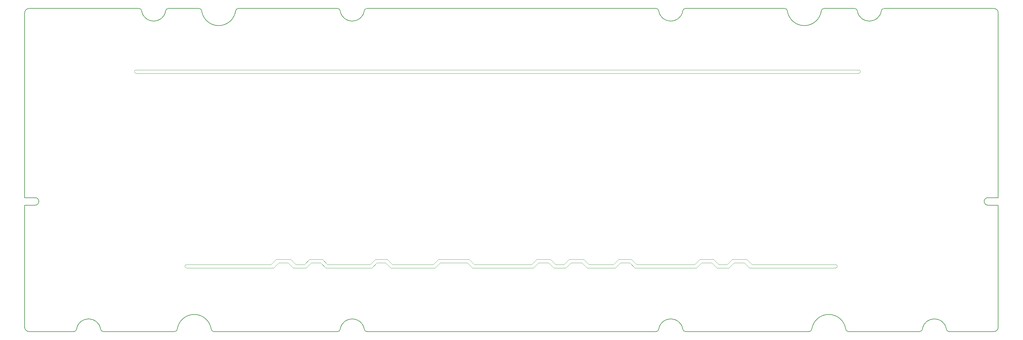
<source format=gbr>
%TF.GenerationSoftware,KiCad,Pcbnew,(6.0.0)*%
%TF.CreationDate,2022-07-27T19:10:37+03:00*%
%TF.ProjectId,SST60,53535436-302e-46b6-9963-61645f706362,0.1*%
%TF.SameCoordinates,Original*%
%TF.FileFunction,Profile,NP*%
%FSLAX46Y46*%
G04 Gerber Fmt 4.6, Leading zero omitted, Abs format (unit mm)*
G04 Created by KiCad (PCBNEW (6.0.0)) date 2022-07-27 19:10:37*
%MOMM*%
%LPD*%
G01*
G04 APERTURE LIST*
%TA.AperFunction,Profile*%
%ADD10C,0.100000*%
%TD*%
%TA.AperFunction,Profile*%
%ADD11C,0.200000*%
%TD*%
G04 APERTURE END LIST*
D10*
X163250000Y-116000000D02*
X161750000Y-114500000D01*
X161750000Y-114500000D02*
X153750000Y-114500000D01*
X187000000Y-116000000D02*
X190500000Y-116000000D01*
X245000000Y-115000000D02*
X269500000Y-115000000D01*
X151750000Y-115000000D02*
X139750000Y-115000000D01*
X205000000Y-116000000D02*
X196750000Y-116000000D01*
X182500000Y-114500000D02*
X181000000Y-116000000D01*
X153750000Y-114500000D02*
X152250000Y-116000000D01*
X210750000Y-116000000D02*
X209250000Y-114500000D01*
X79500000Y-115000000D02*
X104250000Y-115000000D01*
X181000000Y-116000000D02*
X163250000Y-116000000D01*
X243500000Y-113500000D02*
X245000000Y-115000000D01*
X211250000Y-115000000D02*
X228250000Y-115000000D01*
X206000000Y-113500000D02*
X209750000Y-113500000D01*
X229750000Y-113500000D02*
X233750000Y-113500000D01*
X206500000Y-114500000D02*
X205000000Y-116000000D01*
X109250000Y-114500000D02*
X106500000Y-114500000D01*
X186000000Y-113500000D02*
X187500000Y-115000000D01*
X79500000Y-115000000D02*
G75*
G03*
X79500000Y-116000000I0J-500000D01*
G01*
X233250000Y-114500000D02*
X230250000Y-114500000D01*
X244250000Y-116000000D02*
X242750000Y-114500000D01*
X209750000Y-113500000D02*
X211250000Y-115000000D01*
X195750000Y-113500000D02*
X197250000Y-115000000D01*
X105750000Y-113500000D02*
X110000000Y-113500000D01*
X204500000Y-115000000D02*
X206000000Y-113500000D01*
X115500000Y-113500000D02*
X119250000Y-113500000D01*
X110750000Y-116000000D02*
X109250000Y-114500000D01*
X204500000Y-115000000D02*
X197250000Y-115000000D01*
X237750000Y-115000000D02*
X239250000Y-113500000D01*
X163750000Y-115000000D02*
X180500000Y-115000000D01*
X139250000Y-116000000D02*
X137750000Y-114500000D01*
X119250000Y-113500000D02*
X120750000Y-115000000D01*
X185500000Y-114500000D02*
X182500000Y-114500000D01*
X134750000Y-113500000D02*
X138250000Y-113500000D01*
X162250000Y-113500000D02*
X163750000Y-115000000D01*
X209250000Y-114500000D02*
X206500000Y-114500000D01*
X230250000Y-114500000D02*
X228750000Y-116000000D01*
X137750000Y-114500000D02*
X135250000Y-114500000D01*
X192000000Y-114500000D02*
X190500000Y-116000000D01*
X133750000Y-116000000D02*
X120250000Y-116000000D01*
X104250000Y-115000000D02*
X105750000Y-113500000D01*
X64750000Y-58000000D02*
X276250000Y-58000000D01*
X190000000Y-115000000D02*
X191500000Y-113500000D01*
X114000000Y-115000000D02*
X115500000Y-113500000D01*
X187500000Y-115000000D02*
X190000000Y-115000000D01*
X191500000Y-113500000D02*
X195750000Y-113500000D01*
X138250000Y-113500000D02*
X139750000Y-115000000D01*
X187000000Y-116000000D02*
X185500000Y-114500000D01*
X182000000Y-113500000D02*
X186000000Y-113500000D01*
X105000000Y-116000000D02*
X79500000Y-116000000D01*
X110000000Y-113500000D02*
X111500000Y-115000000D01*
X269500000Y-116000000D02*
X244250000Y-116000000D01*
X234750000Y-116000000D02*
X233250000Y-114500000D01*
X180500000Y-115000000D02*
X182000000Y-113500000D01*
X151750000Y-115000000D02*
X153250000Y-113500000D01*
X276250000Y-59000000D02*
G75*
G03*
X276250000Y-58000000I0J500000D01*
G01*
X120250000Y-116000000D02*
X118750000Y-114500000D01*
X239500000Y-113500000D02*
X239250000Y-113500000D01*
X195250000Y-114500000D02*
X192000000Y-114500000D01*
X114500000Y-116000000D02*
X110750000Y-116000000D01*
X237750000Y-115000000D02*
X235250000Y-115000000D01*
X135250000Y-114500000D02*
X133750000Y-116000000D01*
X111500000Y-115000000D02*
X114000000Y-115000000D01*
X152250000Y-116000000D02*
X139250000Y-116000000D01*
X228750000Y-116000000D02*
X210750000Y-116000000D01*
X276250000Y-59000000D02*
X64750000Y-59000000D01*
X153250000Y-113500000D02*
X162250000Y-113500000D01*
X239750000Y-114500000D02*
X238250000Y-116000000D01*
X120750000Y-115000000D02*
X133250000Y-115000000D01*
X116000000Y-114500000D02*
X114500000Y-116000000D01*
X64750000Y-58000000D02*
G75*
G03*
X64750000Y-59000000I0J-500000D01*
G01*
X269500000Y-116000000D02*
G75*
G03*
X269500000Y-115000000I0J500000D01*
G01*
X238250000Y-116000000D02*
X234750000Y-116000000D01*
X133250000Y-115000000D02*
X134750000Y-113500000D01*
X118750000Y-114500000D02*
X116000000Y-114500000D01*
X196750000Y-116000000D02*
X195250000Y-114500000D01*
X239500000Y-113500000D02*
X243500000Y-113500000D01*
X242750000Y-114500000D02*
X239750000Y-114500000D01*
X106500000Y-114500000D02*
X105000000Y-116000000D01*
X233750000Y-113500000D02*
X235250000Y-115000000D01*
X228250000Y-115000000D02*
X229750000Y-113500000D01*
D11*
%TO.C,H1*%
X216956505Y-134621255D02*
X132278496Y-134621255D01*
X283637490Y-40006250D02*
X315835488Y-40006250D01*
X261756508Y-134621255D02*
X225528496Y-134621255D01*
X33387501Y-40006250D02*
X65597500Y-40006250D01*
X32117502Y-133351255D02*
X32117502Y-97606256D01*
X46532501Y-134621255D02*
X33387501Y-134621255D01*
X225513497Y-40006250D02*
X254612496Y-40006250D01*
X94622498Y-40006250D02*
X123721504Y-40006250D01*
X317105507Y-41276254D02*
X317105507Y-95406251D01*
X314074501Y-97606256D02*
X317105507Y-97606256D01*
X123706505Y-134621255D02*
X87478501Y-134621255D01*
X132263497Y-40006250D02*
X216971504Y-40006250D01*
X35160500Y-95406251D02*
X32117502Y-95406251D01*
X32117502Y-97606256D02*
X35160500Y-97606256D01*
X317105507Y-97606256D02*
X317105507Y-133351255D01*
X74139504Y-40006250D02*
X83162499Y-40006250D01*
X294130501Y-134621255D02*
X273216500Y-134621255D01*
X76018502Y-134621255D02*
X55104500Y-134621255D01*
X266072487Y-40006250D02*
X275095497Y-40006250D01*
X32117502Y-95406251D02*
X32117502Y-41276254D01*
X317105507Y-95406251D02*
X314074501Y-95406251D01*
X315835488Y-134621255D02*
X302702492Y-134621255D01*
X266072487Y-40006250D02*
G75*
G03*
X265301491Y-40777262I636J-771632D01*
G01*
X123706505Y-134621255D02*
G75*
G03*
X124492501Y-133835256I733J785263D01*
G01*
X261756508Y-134621255D02*
G75*
G03*
X262527504Y-133850256I-641J771637D01*
G01*
X33387501Y-40006250D02*
G75*
G03*
X32117502Y-41276254I104J-1270103D01*
G01*
X94622498Y-40006250D02*
G75*
G03*
X93851501Y-40777261I609J-771606D01*
G01*
X224742501Y-133835256D02*
G75*
G03*
X225528496Y-134621254I785260J-738D01*
G01*
X131492501Y-133835256D02*
G75*
G03*
X132278496Y-134621254I785260J-738D01*
G01*
X46532501Y-134621255D02*
G75*
G03*
X47318500Y-133835256I732J785267D01*
G01*
X301916512Y-133835256D02*
G75*
G03*
X302702493Y-134621255I785236J-763D01*
G01*
X83933502Y-40777261D02*
G75*
G03*
X93851502Y-40777262I4959000J770508D01*
G01*
X225513497Y-40006250D02*
G75*
G03*
X224742500Y-40777261I609J-771606D01*
G01*
X275866493Y-40777261D02*
G75*
G03*
X282866493Y-40777262I3500000J626656D01*
G01*
X224742501Y-133835256D02*
G75*
G03*
X217742501Y-133835255I-3500000J-626656D01*
G01*
X54318501Y-133835256D02*
G75*
G03*
X55104500Y-134621255I785267J-732D01*
G01*
X124492501Y-40777261D02*
G75*
G03*
X123721504Y-40006250I-771606J-595D01*
G01*
X272445503Y-133850255D02*
G75*
G03*
X262527505Y-133850256I-4958999J-770500D01*
G01*
X255383507Y-40777261D02*
G75*
G03*
X254612495Y-40006250I-771606J-595D01*
G01*
X294130501Y-134621255D02*
G75*
G03*
X294916512Y-133835256I722J785289D01*
G01*
X283637490Y-40006250D02*
G75*
G03*
X282866493Y-40777261I636J-771633D01*
G01*
X217742501Y-40777261D02*
G75*
G03*
X216971504Y-40006250I-771606J-595D01*
G01*
X315835488Y-134621255D02*
G75*
G03*
X317105507Y-133351254I-87J1270106D01*
G01*
X74139504Y-40006250D02*
G75*
G03*
X73368500Y-40777262I602J-771606D01*
G01*
X76018502Y-134621255D02*
G75*
G03*
X76789505Y-133850255I-622J771625D01*
G01*
X66368500Y-40777261D02*
G75*
G03*
X65597499Y-40006250I-771606J-595D01*
G01*
X301916512Y-133835256D02*
G75*
G03*
X294916512Y-133835255I-3500000J-626656D01*
G01*
X35160500Y-97606256D02*
G75*
G03*
X35160500Y-95406252I0J1100002D01*
G01*
X32117502Y-133351255D02*
G75*
G03*
X33387500Y-134621256I1270091J90D01*
G01*
X86707504Y-133850255D02*
G75*
G03*
X87478500Y-134621256I771613J612D01*
G01*
X272445503Y-133850255D02*
G75*
G03*
X273216499Y-134621256I771639J638D01*
G01*
X216956505Y-134621255D02*
G75*
G03*
X217742501Y-133835256I733J785263D01*
G01*
X217742501Y-40777261D02*
G75*
G03*
X224742501Y-40777262I3500000J626656D01*
G01*
X86707504Y-133850255D02*
G75*
G03*
X76789506Y-133850256I-4958999J-770500D01*
G01*
X314074501Y-95406251D02*
G75*
G03*
X314074501Y-97606257I-4J-1100003D01*
G01*
X124492501Y-40777261D02*
G75*
G03*
X131492501Y-40777262I3500000J626656D01*
G01*
X275866493Y-40777261D02*
G75*
G03*
X275095497Y-40006251I-771579J-569D01*
G01*
X83933502Y-40777261D02*
G75*
G03*
X83162498Y-40006251I-771606J-596D01*
G01*
X66368500Y-40777261D02*
G75*
G03*
X73368500Y-40777262I3500000J626656D01*
G01*
X131492501Y-133835256D02*
G75*
G03*
X124492501Y-133835255I-3500000J-626656D01*
G01*
X317105507Y-41276254D02*
G75*
G03*
X315835487Y-40006250I-1270120J-116D01*
G01*
X132263497Y-40006250D02*
G75*
G03*
X131492500Y-40777261I609J-771606D01*
G01*
X54318501Y-133835256D02*
G75*
G03*
X47318501Y-133835255I-3500000J-626656D01*
G01*
X255383507Y-40777261D02*
G75*
G03*
X265301491Y-40777262I4958992J770499D01*
G01*
%TD*%
M02*

</source>
